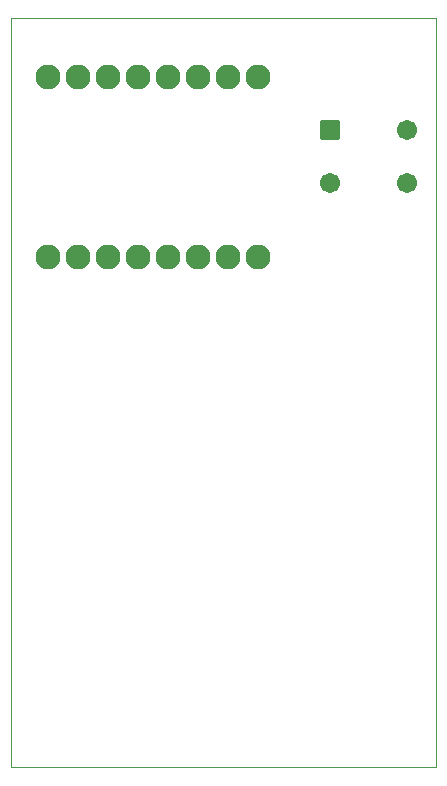
<source format=gbs>
%TF.GenerationSoftware,KiCad,Pcbnew,8.0.8*%
%TF.CreationDate,2025-05-01T15:14:52+05:30*%
%TF.ProjectId,smart_ringfinal,736d6172-745f-4726-996e-6766696e616c,rev?*%
%TF.SameCoordinates,Original*%
%TF.FileFunction,Soldermask,Bot*%
%TF.FilePolarity,Negative*%
%FSLAX46Y46*%
G04 Gerber Fmt 4.6, Leading zero omitted, Abs format (unit mm)*
G04 Created by KiCad (PCBNEW 8.0.8) date 2025-05-01 15:14:52*
%MOMM*%
%LPD*%
G01*
G04 APERTURE LIST*
G04 Aperture macros list*
%AMRoundRect*
0 Rectangle with rounded corners*
0 $1 Rounding radius*
0 $2 $3 $4 $5 $6 $7 $8 $9 X,Y pos of 4 corners*
0 Add a 4 corners polygon primitive as box body*
4,1,4,$2,$3,$4,$5,$6,$7,$8,$9,$2,$3,0*
0 Add four circle primitives for the rounded corners*
1,1,$1+$1,$2,$3*
1,1,$1+$1,$4,$5*
1,1,$1+$1,$6,$7*
1,1,$1+$1,$8,$9*
0 Add four rect primitives between the rounded corners*
20,1,$1+$1,$2,$3,$4,$5,0*
20,1,$1+$1,$4,$5,$6,$7,0*
20,1,$1+$1,$6,$7,$8,$9,0*
20,1,$1+$1,$8,$9,$2,$3,0*%
G04 Aperture macros list end*
%ADD10C,2.109000*%
%ADD11RoundRect,0.102000X-0.749000X-0.749000X0.749000X-0.749000X0.749000X0.749000X-0.749000X0.749000X0*%
%ADD12C,1.702000*%
%TA.AperFunction,Profile*%
%ADD13C,0.050000*%
%TD*%
G04 APERTURE END LIST*
D10*
%TO.C,U1*%
X126950000Y-122025000D03*
X124410000Y-122025000D03*
X121870000Y-122025000D03*
X119330000Y-122025000D03*
X114250000Y-122025000D03*
X116790000Y-122025000D03*
X109170000Y-137265000D03*
X109170000Y-122025000D03*
X111710000Y-137265000D03*
X114250000Y-137265000D03*
X116790000Y-137265000D03*
X119330000Y-137265000D03*
X121870000Y-137265000D03*
X124410000Y-137265000D03*
X126950000Y-137265000D03*
X111710000Y-122025000D03*
%TD*%
D11*
%TO.C,S1*%
X133075000Y-126475000D03*
D12*
X133075000Y-130975000D03*
X139575000Y-126475000D03*
X139575000Y-130975000D03*
%TD*%
D13*
X106045000Y-117030000D02*
X142065000Y-117030000D01*
X142065000Y-180405000D01*
X106045000Y-180405000D01*
X106045000Y-117030000D01*
M02*

</source>
